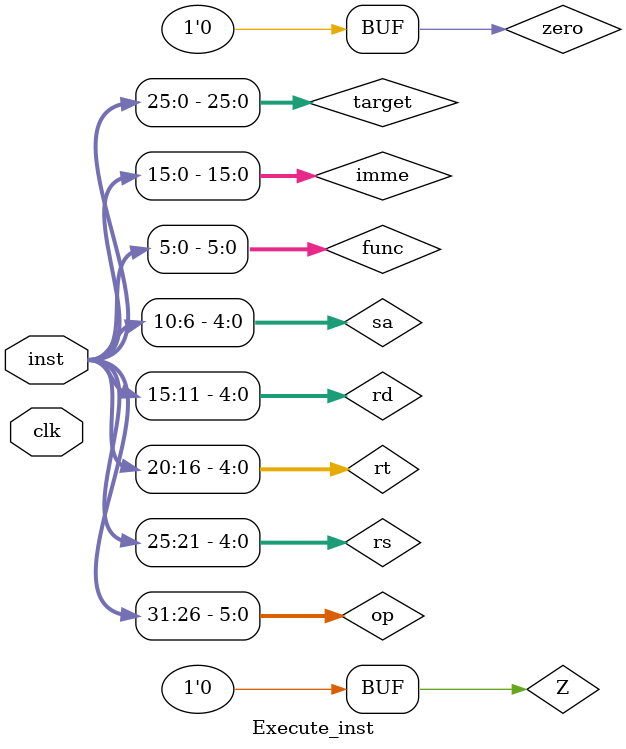
<source format=v>
module Execute_inst(inst,clk);
	input[31:0] inst;
	input clk;
	wire[5:0] op = inst[31:26];
	wire[4:0] rs = inst[25:21];
	wire[4:0] rt = inst[20:16];
	wire[4:0] rd = inst[15:11];
	wire[4:0] sa = inst[10:6];
	wire[5:0] func = inst[5:0];

	wire[15:0] imme = inst[15:0];
	wire[25:0] target = inst[25:0];
	reg Z = 0;

	//control unit  产生的信号
	wire JUMP, M2REG, BRANCH, WMEM, SHIFT, ALUIMM, WREG, SEXT, REGRT;
	wire[3:0] ALUC;
	Control_unit control_unit(op,func,Z, JUMP, M2REG, BRANCH, WMEM, ALUC, SHIFT, ALUIMM, WREG, SEXT, REGRT);

	// rd rt 选择
	wire[4:0] ND;
	Rtselector rtselector(rt,rd,REGRT,ND);

	wire[31:0] Q1;
	wire[31:0] Q2;

	wire[31:0] DI;
	Regfile regfile(rs, rt, ND, DI,clk, WREG, Q1, Q2);

	wire[31:0] imm;

	Ext ext(imme,SEXT,imm);

	wire[31:0] B;
	Reg_Imm_selector reg_imm_selector(Q2,imm,ALUIMM,B);

	wire[31:0] A;
	Shift_selector shift_selector(Q1,sa,SHIFT,A);


	wire[31:0] ALU_result;
	wire zero =0;

	ALU alu(A, B, ALUC, zero, ALU_result);

	wire[31:0] mem_data_out;
	Data_mem data_mem(ALU_result,Q2,WMEM,mem_data_out, clk);

	Mem_Reg_selector mem_Reg_selector(ALU_result,mem_data_out,M2REG,DI);


	always @(inst) begin
		$display("inst is %b",inst);
		$display("op is %b", op);
		$display("rs is %b", rs);
		$display("rt is %b", rt);
		$display("rd is %b", rd);
		$display("sa is %b", sa);
	end

endmodule
</source>
